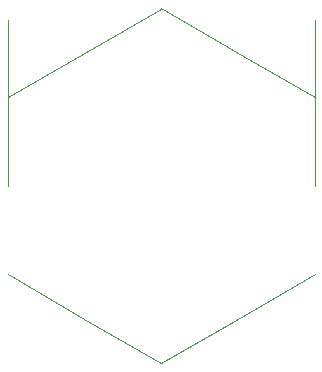
<source format=gbr>
%TF.GenerationSoftware,Altium Limited,Altium Designer,24.2.2 (26)*%
G04 Layer_Color=16711935*
%FSLAX45Y45*%
%MOMM*%
%TF.SameCoordinates,B61E387C-C652-4A73-A4A4-6DD95E315EF5*%
%TF.FilePolarity,Positive*%
%TF.FileFunction,Other,Mechanical_1*%
%TF.Part,Single*%
G01*
G75*
%TA.AperFunction,NonConductor*%
%ADD187C,0.01000*%
D187*
X9799760Y12251250D02*
X10449279Y11876250D01*
X11099279Y11500972D01*
X8500000Y10000000D02*
X9149519Y9625000D01*
X9799519Y9249722D01*
X9800481Y9249166D02*
X10450000Y9624166D01*
X11100000Y9999444D01*
X8500135Y11499523D02*
X9800000Y12250001D01*
X8500000Y10750000D02*
Y12150000D01*
X11100000Y10750000D02*
Y12150000D01*
%TF.MD5,715a186b0b549649f5b6e058a61f04c9*%
M02*

</source>
